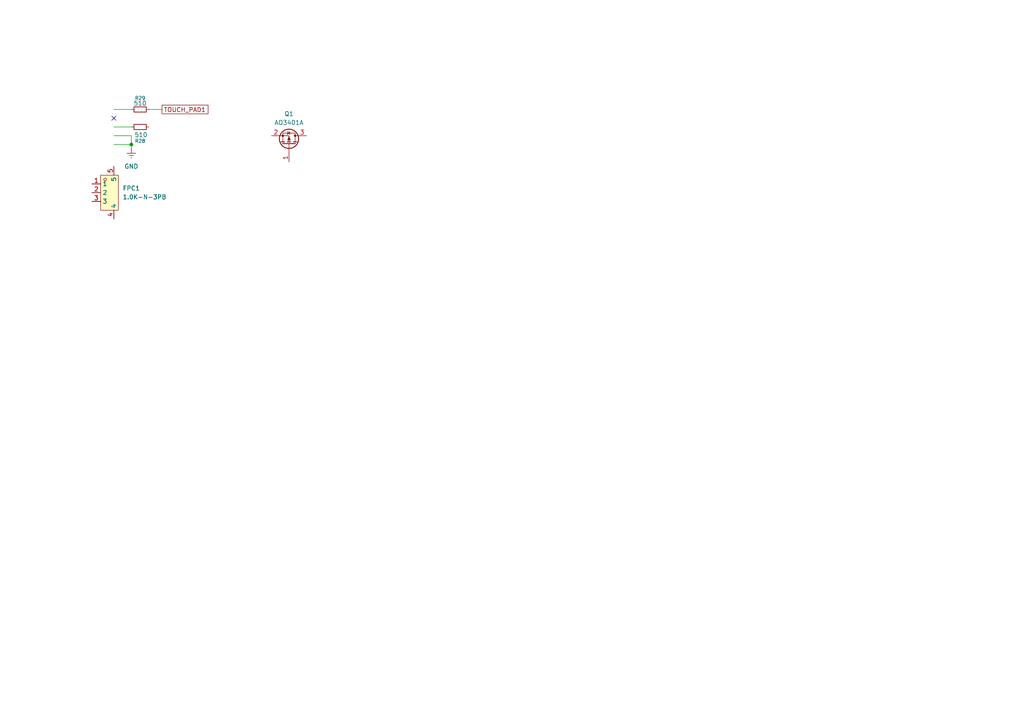
<source format=kicad_sch>
(kicad_sch (version 20250114) (generator "eeschema") (generator_version "9.0")
  (paper "A4")
  (lib_symbols
    (symbol "Device:R_Small" (pin_numbers (hide yes)) (pin_names (offset 0.254) (hide yes))
      (property "Reference" "R" (at 0 0 90))
      (property "Value" "R_Small" (at 1.778 0 90))
      (symbol "R_Small_0_1"
        (rectangle (start -0.762 1.778) (end 0.762 -1.778) (stroke (width 0.2032)))
      )
      (symbol "R_Small_1_1"
        (pin passive line (at 0 2.54 270) (length 0.762) (name "~") (number "1"))
        (pin passive line (at 0 -2.54 90) (length 0.762) (name "~") (number "2"))
      )
    )
    (symbol "FPC_FFC_1.0K-N-3PB:1.0K-N-3PB"
      (property "Reference" "FPC" (at 0 12.7 0))
      (property "Value" "1.0K-N-3PB" (at 0 -12.7 0))
      (symbol "1.0K-N-3PB_0_1"
        (rectangle (start -1.27 5.08) (end 3.81 -5.08) (fill (type background)))
        (circle (center 0 3.81) (radius 0.38))
        (pin unspecified line (at -3.81 2.54 0) (length 2.54) (name "1") (number "1"))
        (pin unspecified line (at -3.81 0 0) (length 2.54) (name "2") (number "2"))
        (pin unspecified line (at -3.81 -2.54 0) (length 2.54) (name "3") (number "3"))
        (pin unspecified line (at 2.54 7.62 270) (length 2.54) (name "5") (number "5"))
        (pin unspecified line (at 2.54 -7.62 90) (length 2.54) (name "4") (number "4"))
      )
    )
    (symbol "Transistor_FET:AO3401A" (pin_names (hide yes))
      (property "Reference" "Q" (at 5.08 1.905 0))
      (property "Value" "AO3401A" (at 5.08 0 0))
      (symbol "AO3401A_0_1"
        (polyline (pts (xy 0.254 1.905) (xy 0.254 -1.905)) (stroke (width 0.254)))
        (polyline (pts (xy 0.254 0) (xy -2.54 0)))
        (polyline (pts (xy 0.762 2.286) (xy 0.762 1.27)) (stroke (width 0.254)))
        (polyline (pts (xy 0.762 1.778) (xy 3.302 1.778) (xy 3.302 -1.778) (xy 0.762 -1.778)))
        (polyline (pts (xy 0.762 0.508) (xy 0.762 -0.508)) (stroke (width 0.254)))
        (polyline (pts (xy 0.762 -1.27) (xy 0.762 -2.286)) (stroke (width 0.254)))
        (circle (center 1.651 0) (radius 2.794) (stroke (width 0.254)))
        (polyline (pts (xy 2.286 0) (xy 1.27 0.381) (xy 1.27 -0.381) (xy 2.286 0)) (fill (type outline)))
        (polyline (pts (xy 2.54 2.54) (xy 2.54 1.778)))
        (circle (center 2.54 1.778) (radius 0.254) (fill (type outline)))
        (circle (center 2.54 -1.778) (radius 0.254) (fill (type outline)))
        (polyline (pts (xy 2.54 -2.54) (xy 2.54 0) (xy 0.762 0)))
        (polyline (pts (xy 2.794 -0.508) (xy 2.921 -0.381) (xy 3.683 -0.381) (xy 3.81 -0.254)))
        (polyline (pts (xy 3.302 -0.381) (xy 2.921 0.254) (xy 3.683 0.254) (xy 3.302 -0.381)))
      )
      (symbol "AO3401A_1_1"
        (pin input line (at -5.08 0 0) (length 2.54) (name "G") (number "1"))
        (pin passive line (at 2.54 5.08 270) (length 2.54) (name "D") (number "3"))
        (pin passive line (at 2.54 -5.08 90) (length 2.54) (name "S") (number "2"))
      )
    )
    (symbol "power:Earth" (power) (pin_numbers (hide yes)) (pin_names (offset 0) (hide yes))
      (property "Value" "Earth" (at 0 -3.81 0))
      (symbol "Earth_0_1"
        (polyline (pts (xy -0.635 -1.905) (xy 0.635 -1.905)))
        (polyline (pts (xy -0.127 -2.54) (xy 0.127 -2.54)))
        (polyline (pts (xy 0 -1.27) (xy 0 0)))
        (polyline (pts (xy 1.27 -1.27) (xy -1.27 -1.27)))
      )
      (symbol "Earth_1_1"
        (pin power_in line (at 0 0 270) (length 0) (name "~") (number "1"))
      )
    )
  )
  (junction (at 38.1 41.91))
  (no_connect (at 33.02 34.29))
  (wire (pts (xy 33.02 31.75) (xy 38.1 31.75)))
  (wire (pts (xy 43.18 31.75) (xy 46.99 31.75)))
  (wire (pts (xy 38.1 41.91) (xy 33.02 41.91)))
  (wire (pts (xy 33.02 36.83) (xy 38.1 36.83)))
  (wire (pts (xy 33.02 39.37) (xy 38.1 39.37)))
  (wire (pts (xy 38.1 41.91) (xy 38.1 43.18)))
  (wire (pts (xy 38.1 39.37) (xy 38.1 41.91)))
  (global_label "TOUCH_PAD1" (shape passive) (at 46.99 31.75 0) (property "Intersheetrefs" "${INTERSHEET_REFS}" (effects (hide yes))))
  (symbol (lib_id "FPC_FFC_1.0K-N-3PB:1.0K-N-3PB") (at 30.48 55.88 0) (unit 1)
    (property "Reference" "FPC1" (at 35.56 54.6099 0) (effects (justify left)))
    (property "Value" "1.0K-N-3PB" (at 35.56 57.1499 0) (effects (justify left)))
    (property "Footprint" "easyeda2kicad:FPC-SMD_3P-P1.00_HDGC_1.0K-N-3PB" (effects (hide yes)))
    (property "LCSC Part" "C2915549" (effects (hide yes)))
  )
  (symbol (lib_id "Transistor_FET:AO3401A") (at 83.82 41.91 270) (mirror x) (unit 1)
    (property "Reference" "Q1" (at 83.82 33.02 90))
    (property "Value" "AO3401A" (at 83.82 35.56 90))
    (property "Footprint" "Package_TO_SOT_SMD:SOT-23" (effects (hide yes)))
    (property "Datasheet" "http://www.aosmd.com/pdfs/datasheet/AO3401A.pdf" (effects (hide yes)))
    (property "Description" "-4.0A Id, -30V Vds, P-Channel MOSFET, SOT-23" (effects (hide yes)))
  )
  (symbol (lib_id "power:Earth") (at 38.1 43.18 0) (mirror y) (unit 1)
    (property "Reference" "#PWR01" (effects (hide yes)))
    (property "Value" "GND" (at 38.1 48.26 0))
    (property "Description" "Power symbol creates a global label with name \"Earth\"" (effects (hide yes)))
  )
  (symbol (lib_id "Device:R_Small") (at 40.64 31.75 90) (unit 1)
    (property "Reference" "R29" (at 40.64 28.448 90) (effects (font (size 1.016 1.016))))
    (property "Value" "510" (at 40.64 29.972 90))
    (property "Description" "Resistor, small symbol" (effects (hide yes)))
  )
  (symbol (lib_id "Device:R_Small") (at 40.64 36.83 270) (unit 1)
    (property "Reference" "R28" (at 40.64 40.894 90) (effects (font (size 1.016 1.016))))
    (property "Value" "510" (at 40.894 39.116 90))
    (property "Description" "Resistor, small symbol" (effects (hide yes)))
  )
)
</source>
